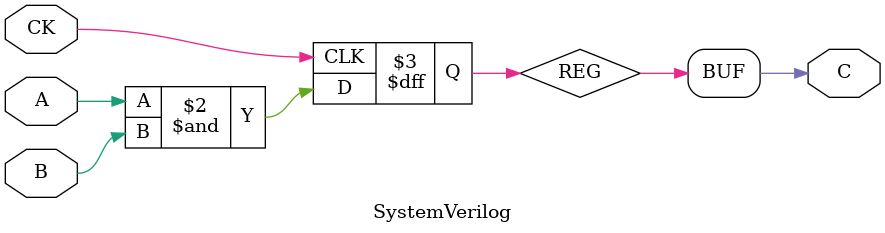
<source format=sv>
module SystemVerilog(input logic CK, A, B, output logic C);
   logic REG;
   always_ff @(posedge CK)
     REG<=A&B;
   assign C=REG;
endmodule
   

</source>
